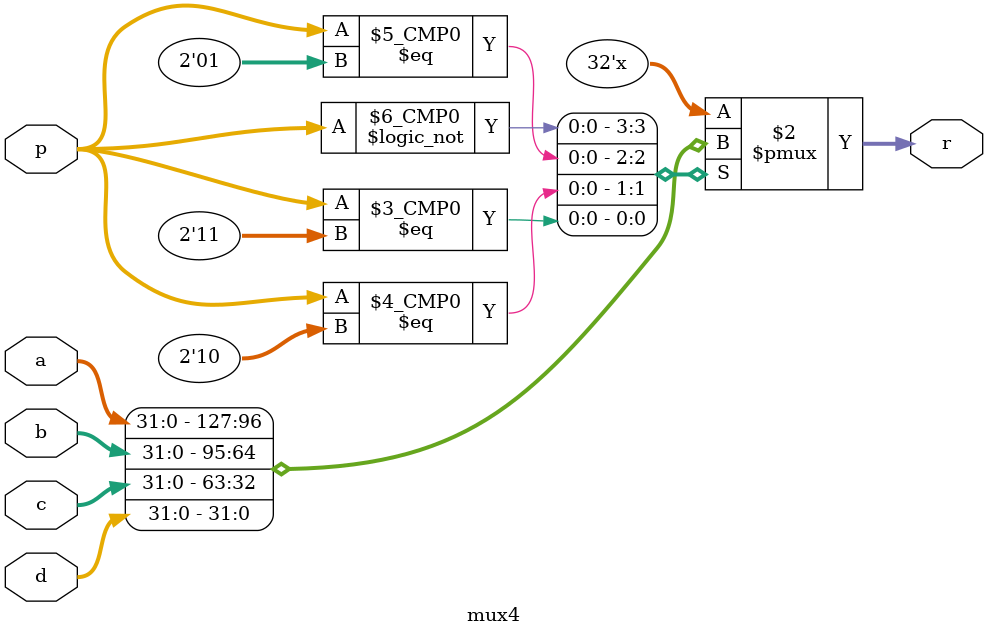
<source format=sv>
/* verilator lint_off MULTIDRIVEN */

`timescale 1ns/1ns

module mux4 #(
    parameter int WIDTH = 32
)(
    input  logic [WIDTH-1:0] a,
    input  logic [WIDTH-1:0] b,
    input  logic [WIDTH-1:0] c,
    input  logic [WIDTH-1:0] d,
    input  logic [1:0] p,
    output logic [WIDTH-1:0] r  
);
    always_comb begin
        case (p)
            2'b00: r = a;

            2'b01: r = b;

            2'b10: r = c;

            2'b11: r = d;
            default: r = a;
        endcase
    end

endmodule
</source>
